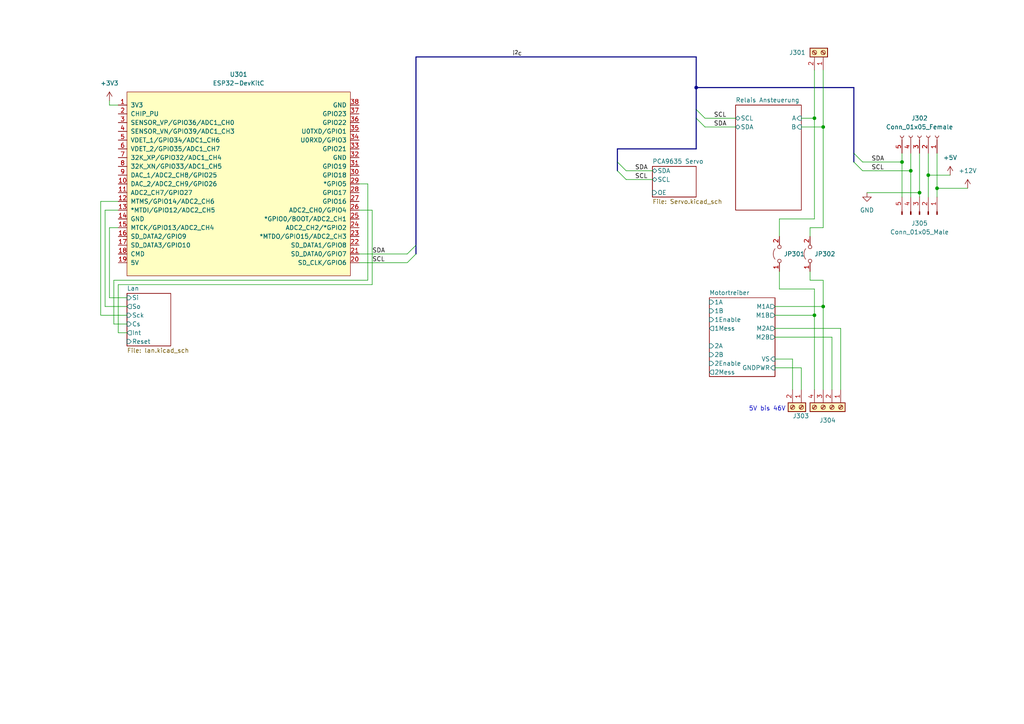
<source format=kicad_sch>
(kicad_sch (version 20211123) (generator eeschema)
  (paper "A4")
  (title_block (date "2022-03-14") (company "makerspace Bocholt"))
  (lib_symbols
    (symbol "Connector:Conn_01x05_Female" (pin_names (offset 1.016) hide)
      (property "Reference" "J" (at 0 7.62 0))
      (property "Value" "Conn_01x05_Female" (at 0 -7.62 0))
      (symbol "Conn_01x05_Female_1_1"
        (arc (start 0 -4.572) (mid -0.508 -5.08) (end 0 -5.588) (stroke (width 0.1524)))
        (arc (start 0 -2.032) (mid -0.508 -2.54) (end 0 -3.048) (stroke (width 0.1524)))
        (polyline (pts (xy -1.27 -5.08) (xy -0.508 -5.08)) (stroke (width 0.1524)))
        (polyline (pts (xy -1.27 -2.54) (xy -0.508 -2.54)) (stroke (width 0.1524)))
        (polyline (pts (xy -1.27 0) (xy -0.508 0)) (stroke (width 0.1524)))
        (polyline (pts (xy -1.27 2.54) (xy -0.508 2.54)) (stroke (width 0.1524)))
        (polyline (pts (xy -1.27 5.08) (xy -0.508 5.08)) (stroke (width 0.1524)))
        (arc (start 0 0.508) (mid -0.508 0) (end 0 -0.508) (stroke (width 0.1524)))
        (arc (start 0 3.048) (mid -0.508 2.54) (end 0 2.032) (stroke (width 0.1524)))
        (arc (start 0 5.588) (mid -0.508 5.08) (end 0 4.572) (stroke (width 0.1524)))
        (pin passive line (at -5.08 5.08 0) (length 3.81) (name "Pin_1") (number "1"))
        (pin passive line (at -5.08 2.54 0) (length 3.81) (name "Pin_2") (number "2"))
        (pin passive line (at -5.08 0 0) (length 3.81) (name "Pin_3") (number "3"))
        (pin passive line (at -5.08 -2.54 0) (length 3.81) (name "Pin_4") (number "4"))
        (pin passive line (at -5.08 -5.08 0) (length 3.81) (name "Pin_5") (number "5"))
      )
    )
    (symbol "Connector:Conn_01x05_Male" (pin_names (offset 1.016) hide)
      (property "Reference" "J" (at 0 7.62 0))
      (property "Value" "Conn_01x05_Male" (at 0 -7.62 0))
      (symbol "Conn_01x05_Male_1_1"
        (polyline (pts (xy 1.27 -5.08) (xy 0.8636 -5.08)) (stroke (width 0.1524)))
        (polyline (pts (xy 1.27 -2.54) (xy 0.8636 -2.54)) (stroke (width 0.1524)))
        (polyline (pts (xy 1.27 0) (xy 0.8636 0)) (stroke (width 0.1524)))
        (polyline (pts (xy 1.27 2.54) (xy 0.8636 2.54)) (stroke (width 0.1524)))
        (polyline (pts (xy 1.27 5.08) (xy 0.8636 5.08)) (stroke (width 0.1524)))
        (rectangle (start 0.8636 -4.953) (end 0 -5.207) (stroke (width 0.1524)) (fill (type outline)))
        (rectangle (start 0.8636 -2.413) (end 0 -2.667) (stroke (width 0.1524)) (fill (type outline)))
        (rectangle (start 0.8636 0.127) (end 0 -0.127) (stroke (width 0.1524)) (fill (type outline)))
        (rectangle (start 0.8636 2.667) (end 0 2.413) (stroke (width 0.1524)) (fill (type outline)))
        (rectangle (start 0.8636 5.207) (end 0 4.953) (stroke (width 0.1524)) (fill (type outline)))
        (pin passive line (at 5.08 5.08 180) (length 3.81) (name "Pin_1") (number "1"))
        (pin passive line (at 5.08 2.54 180) (length 3.81) (name "Pin_2") (number "2"))
        (pin passive line (at 5.08 0 180) (length 3.81) (name "Pin_3") (number "3"))
        (pin passive line (at 5.08 -2.54 180) (length 3.81) (name "Pin_4") (number "4"))
        (pin passive line (at 5.08 -5.08 180) (length 3.81) (name "Pin_5") (number "5"))
      )
    )
    (symbol "Connector:Screw_Terminal_01x02" (pin_names (offset 1.016) hide)
      (property "Reference" "J" (at 0 2.54 0))
      (property "Value" "Screw_Terminal_01x02" (at 0 -5.08 0))
      (symbol "Screw_Terminal_01x02_1_1"
        (rectangle (start -1.27 1.27) (end 1.27 -3.81) (stroke (width 0.254)) (fill (type background)))
        (circle (center 0 -2.54) (radius 0.635) (stroke (width 0.1524)))
        (polyline (pts (xy -0.5334 -2.2098) (xy 0.3302 -3.048)) (stroke (width 0.1524)))
        (polyline (pts (xy -0.5334 0.3302) (xy 0.3302 -0.508)) (stroke (width 0.1524)))
        (polyline (pts (xy -0.3556 -2.032) (xy 0.508 -2.8702)) (stroke (width 0.1524)))
        (polyline (pts (xy -0.3556 0.508) (xy 0.508 -0.3302)) (stroke (width 0.1524)))
        (circle (center 0 0) (radius 0.635) (stroke (width 0.1524)))
        (pin passive line (at -5.08 0 0) (length 3.81) (name "Pin_1") (number "1"))
        (pin passive line (at -5.08 -2.54 0) (length 3.81) (name "Pin_2") (number "2"))
      )
    )
    (symbol "Connector:Screw_Terminal_01x04" (pin_names (offset 1.016) hide)
      (property "Reference" "J" (at 0 5.08 0))
      (property "Value" "Screw_Terminal_01x04" (at 0 -7.62 0))
      (symbol "Screw_Terminal_01x04_1_1"
        (rectangle (start -1.27 3.81) (end 1.27 -6.35) (stroke (width 0.254)) (fill (type background)))
        (circle (center 0 -5.08) (radius 0.635) (stroke (width 0.1524)))
        (circle (center 0 -2.54) (radius 0.635) (stroke (width 0.1524)))
        (polyline (pts (xy -0.5334 -4.7498) (xy 0.3302 -5.588)) (stroke (width 0.1524)))
        (polyline (pts (xy -0.5334 -2.2098) (xy 0.3302 -3.048)) (stroke (width 0.1524)))
        (polyline (pts (xy -0.5334 0.3302) (xy 0.3302 -0.508)) (stroke (width 0.1524)))
        (polyline (pts (xy -0.5334 2.8702) (xy 0.3302 2.032)) (stroke (width 0.1524)))
        (polyline (pts (xy -0.3556 -4.572) (xy 0.508 -5.4102)) (stroke (width 0.1524)))
        (polyline (pts (xy -0.3556 -2.032) (xy 0.508 -2.8702)) (stroke (width 0.1524)))
        (polyline (pts (xy -0.3556 0.508) (xy 0.508 -0.3302)) (stroke (width 0.1524)))
        (polyline (pts (xy -0.3556 3.048) (xy 0.508 2.2098)) (stroke (width 0.1524)))
        (circle (center 0 0) (radius 0.635) (stroke (width 0.1524)))
        (circle (center 0 2.54) (radius 0.635) (stroke (width 0.1524)))
        (pin passive line (at -5.08 2.54 0) (length 3.81) (name "Pin_1") (number "1"))
        (pin passive line (at -5.08 0 0) (length 3.81) (name "Pin_2") (number "2"))
        (pin passive line (at -5.08 -2.54 0) (length 3.81) (name "Pin_3") (number "3"))
        (pin passive line (at -5.08 -5.08 0) (length 3.81) (name "Pin_4") (number "4"))
      )
    )
    (symbol "Espressif:ESP32-DevKitC" (pin_names (offset 1.016))
      (property "Reference" "U" (at -8.89 26.67 0))
      (property "Value" "ESP32-DevKitC" (at 0 -29.21 0))
      (symbol "ESP32-DevKitC_0_0"
        (pin power_in line (at -33.02 -11.43 0) (length 2.54) (name "GND") (number "14"))
        (pin power_in line (at -33.02 -24.13 0) (length 2.54) (name "5V") (number "19"))
      )
      (symbol "ESP32-DevKitC_0_1"
        (rectangle (start -30.48 25.4) (end 34.29 -27.94) (fill (type background)))
      )
      (symbol "ESP32-DevKitC_1_1"
        (pin power_in line (at -33.02 21.59 0) (length 2.54) (name "3V3") (number "1"))
        (pin bidirectional line (at -33.02 -1.27 0) (length 2.54) (name "DAC_2/ADC2_CH9/GPIO26") (number "10"))
        (pin bidirectional line (at -33.02 -3.81 0) (length 2.54) (name "ADC2_CH7/GPIO27") (number "11"))
        (pin bidirectional line (at -33.02 -6.35 0) (length 2.54) (name "MTMS/GPIO14/ADC2_CH6") (number "12"))
        (pin bidirectional line (at -33.02 -8.89 0) (length 2.54) (name "*MTDI/GPIO12/ADC2_CH5") (number "13"))
        (pin bidirectional line (at -33.02 -13.97 0) (length 2.54) (name "MTCK/GPIO13/ADC2_CH4") (number "15"))
        (pin bidirectional line (at -33.02 -16.51 0) (length 2.54) (name "SD_DATA2/GPIO9") (number "16"))
        (pin bidirectional line (at -33.02 -19.05 0) (length 2.54) (name "SD_DATA3/GPIO10") (number "17"))
        (pin bidirectional line (at -33.02 -21.59 0) (length 2.54) (name "CMD") (number "18"))
        (pin input line (at -33.02 19.05 0) (length 2.54) (name "CHIP_PU") (number "2"))
        (pin bidirectional line (at 36.83 -24.13 180) (length 2.54) (name "SD_CLK/GPIO6") (number "20"))
        (pin bidirectional line (at 36.83 -21.59 180) (length 2.54) (name "SD_DATA0/GPIO7") (number "21"))
        (pin bidirectional line (at 36.83 -19.05 180) (length 2.54) (name "SD_DATA1/GPIO8") (number "22"))
        (pin bidirectional line (at 36.83 -16.51 180) (length 2.54) (name "*MTDO/GPIO15/ADC2_CH3") (number "23"))
        (pin bidirectional line (at 36.83 -13.97 180) (length 2.54) (name "ADC2_CH2/*GPIO2") (number "24"))
        (pin bidirectional line (at 36.83 -11.43 180) (length 2.54) (name "*GPIO0/BOOT/ADC2_CH1") (number "25"))
        (pin bidirectional line (at 36.83 -8.89 180) (length 2.54) (name "ADC2_CH0/GPIO4") (number "26"))
        (pin bidirectional line (at 36.83 -6.35 180) (length 2.54) (name "GPIO16") (number "27"))
        (pin bidirectional line (at 36.83 -3.81 180) (length 2.54) (name "GPIO17") (number "28"))
        (pin bidirectional line (at 36.83 -1.27 180) (length 2.54) (name "*GPIO5") (number "29"))
        (pin input line (at -33.02 16.51 0) (length 2.54) (name "SENSOR_VP/GPIO36/ADC1_CH0") (number "3"))
        (pin bidirectional line (at 36.83 1.27 180) (length 2.54) (name "GPIO18") (number "30"))
        (pin bidirectional line (at 36.83 3.81 180) (length 2.54) (name "GPIO19") (number "31"))
        (pin power_in line (at 36.83 6.35 180) (length 2.54) (name "GND") (number "32"))
        (pin bidirectional line (at 36.83 8.89 180) (length 2.54) (name "GPIO21") (number "33"))
        (pin bidirectional line (at 36.83 11.43 180) (length 2.54) (name "U0RXD/GPIO3") (number "34"))
        (pin bidirectional line (at 36.83 13.97 180) (length 2.54) (name "U0TXD/GPIO1") (number "35"))
        (pin bidirectional line (at 36.83 16.51 180) (length 2.54) (name "GPIO22") (number "36"))
        (pin bidirectional line (at 36.83 19.05 180) (length 2.54) (name "GPIO23") (number "37"))
        (pin power_in line (at 36.83 21.59 180) (length 2.54) (name "GND") (number "38"))
        (pin input line (at -33.02 13.97 0) (length 2.54) (name "SENSOR_VN/GPIO39/ADC1_CH3") (number "4"))
        (pin input line (at -33.02 11.43 0) (length 2.54) (name "VDET_1/GPIO34/ADC1_CH6") (number "5"))
        (pin input line (at -33.02 8.89 0) (length 2.54) (name "VDET_2/GPIO35/ADC1_CH7") (number "6"))
        (pin bidirectional line (at -33.02 6.35 0) (length 2.54) (name "32K_XP/GPIO32/ADC1_CH4") (number "7"))
        (pin bidirectional line (at -33.02 3.81 0) (length 2.54) (name "32K_XN/GPIO33/ADC1_CH5") (number "8"))
        (pin bidirectional line (at -33.02 1.27 0) (length 2.54) (name "DAC_1/ADC2_CH8/GPIO25") (number "9"))
      )
    )
    (symbol "Jumper:Jumper_2_Open" (pin_names (offset 0) hide)
      (property "Reference" "JP" (at 0 2.794 0))
      (property "Value" "Jumper_2_Open" (at 0 -2.286 0))
      (symbol "Jumper_2_Open_0_0"
        (circle (center -2.032 0) (radius 0.508))
        (circle (center 2.032 0) (radius 0.508))
      )
      (symbol "Jumper_2_Open_0_1"
        (arc (start 1.524 1.27) (mid 0 1.778) (end -1.524 1.27))
      )
      (symbol "Jumper_2_Open_1_1"
        (pin passive line (at -5.08 0 0) (length 2.54) (name "A") (number "1"))
        (pin passive line (at 5.08 0 180) (length 2.54) (name "B") (number "2"))
      )
    )
    (symbol "power:+12V" (power) (pin_names (offset 0))
      (property "Value" "+12V" (at 0 3.556 0))
      (symbol "+12V_0_1"
        (polyline (pts (xy -0.762 1.27) (xy 0 2.54)))
        (polyline (pts (xy 0 0) (xy 0 2.54)))
        (polyline (pts (xy 0 2.54) (xy 0.762 1.27)))
      )
      (symbol "+12V_1_1"
        (pin power_in line (at 0 0 90) (length 0) hide (name "+12V") (number "1"))
      )
    )
    (symbol "power:+3.3V" (power) (pin_names (offset 0))
      (property "Value" "+3.3V" (at 0 3.556 0))
      (symbol "+3.3V_0_1"
        (polyline (pts (xy -0.762 1.27) (xy 0 2.54)))
        (polyline (pts (xy 0 0) (xy 0 2.54)))
        (polyline (pts (xy 0 2.54) (xy 0.762 1.27)))
      )
      (symbol "+3.3V_1_1"
        (pin power_in line (at 0 0 90) (length 0) hide (name "+3V3") (number "1"))
      )
    )
    (symbol "power:+5V" (power) (pin_names (offset 0))
      (property "Value" "+5V" (at 0 3.556 0))
      (symbol "+5V_0_1"
        (polyline (pts (xy -0.762 1.27) (xy 0 2.54)))
        (polyline (pts (xy 0 0) (xy 0 2.54)))
        (polyline (pts (xy 0 2.54) (xy 0.762 1.27)))
      )
      (symbol "+5V_1_1"
        (pin power_in line (at 0 0 90) (length 0) hide (name "+5V") (number "1"))
      )
    )
    (symbol "power:GND" (power) (pin_names (offset 0))
      (property "Value" "GND" (at 0 -3.81 0))
      (symbol "GND_0_1"
        (polyline (pts (xy 0 0) (xy 0 -1.27) (xy 1.27 -1.27) (xy 0 -2.54) (xy -1.27 -1.27) (xy 0 -1.27)))
      )
      (symbol "GND_1_1"
        (pin power_in line (at 0 0 270) (length 0) hide (name "GND") (number "1"))
      )
    )
  )
  (junction (at 238.76 88.9))
  (junction (at 264.16 49.53))
  (junction (at 238.76 36.83))
  (junction (at 271.78 54.61))
  (junction (at 236.22 91.44))
  (junction (at 266.7 55.88))
  (junction (at 201.93 25.4))
  (junction (at 261.62 46.99))
  (junction (at 236.22 34.29))
  (junction (at 269.24 50.8))
  (bus_entry (at 118.11 73.66) (size 2.54 -2.54))
  (bus_entry (at 118.11 76.2) (size 2.54 -2.54))
  (bus_entry (at 201.93 31.75) (size 2.54 2.54))
  (bus_entry (at 201.93 34.29) (size 2.54 2.54))
  (bus_entry (at 179.07 49.53) (size 2.54 2.54))
  (bus_entry (at 179.07 46.99) (size 2.54 2.54))
  (bus_entry (at 247.65 46.99) (size 2.54 2.54))
  (bus_entry (at 247.65 44.45) (size 2.54 2.54))
  (wire (pts (xy 236.22 20.32) (xy 236.22 34.29)))
  (wire (pts (xy 232.41 113.03) (xy 232.41 106.68)))
  (wire (pts (xy 34.29 82.55) (xy 34.29 96.52)))
  (wire (pts (xy 36.83 86.36) (xy 31.75 86.36)))
  (wire (pts (xy 36.83 91.44) (xy 29.21 91.44)))
  (wire (pts (xy 269.24 44.45) (xy 269.24 50.8)))
  (bus (pts (xy 179.07 46.99) (xy 179.07 49.53)))
  (wire (pts (xy 224.79 97.79) (xy 241.3 97.79)))
  (bus (pts (xy 201.93 25.4) (xy 247.65 25.4)))
  (wire (pts (xy 181.61 52.07) (xy 189.23 52.07)))
  (wire (pts (xy 238.76 81.28) (xy 238.76 88.9)))
  (wire (pts (xy 31.75 66.04) (xy 34.29 66.04)))
  (wire (pts (xy 30.48 60.96) (xy 30.48 88.9)))
  (wire (pts (xy 238.76 88.9) (xy 238.76 113.03)))
  (wire (pts (xy 236.22 83.82) (xy 236.22 91.44)))
  (bus (pts (xy 179.07 43.18) (xy 179.07 46.99)))
  (wire (pts (xy 31.75 66.04) (xy 31.75 86.36)))
  (wire (pts (xy 264.16 49.53) (xy 264.16 57.15)))
  (wire (pts (xy 104.14 60.96) (xy 107.95 60.96)))
  (wire (pts (xy 224.79 88.9) (xy 238.76 88.9)))
  (wire (pts (xy 31.75 29.21) (xy 31.75 30.48)))
  (wire (pts (xy 261.62 46.99) (xy 261.62 57.15)))
  (wire (pts (xy 30.48 60.96) (xy 34.29 60.96)))
  (wire (pts (xy 236.22 91.44) (xy 236.22 113.03)))
  (wire (pts (xy 226.06 78.74) (xy 226.06 83.82)))
  (wire (pts (xy 250.19 49.53) (xy 264.16 49.53)))
  (wire (pts (xy 229.87 113.03) (xy 229.87 104.14)))
  (bus (pts (xy 120.65 71.12) (xy 120.65 73.66)))
  (bus (pts (xy 247.65 25.4) (xy 247.65 44.45)))
  (wire (pts (xy 271.78 54.61) (xy 280.67 54.61)))
  (wire (pts (xy 251.46 55.88) (xy 266.7 55.88)))
  (wire (pts (xy 224.79 95.25) (xy 243.84 95.25)))
  (wire (pts (xy 238.76 20.32) (xy 238.76 36.83)))
  (wire (pts (xy 33.02 93.98) (xy 36.83 93.98)))
  (wire (pts (xy 271.78 44.45) (xy 271.78 54.61)))
  (wire (pts (xy 104.14 53.34) (xy 106.68 53.34)))
  (wire (pts (xy 266.7 55.88) (xy 266.7 57.15)))
  (wire (pts (xy 232.41 36.83) (xy 238.76 36.83)))
  (wire (pts (xy 33.02 81.28) (xy 33.02 93.98)))
  (bus (pts (xy 247.65 44.45) (xy 247.65 46.99)))
  (wire (pts (xy 31.75 30.48) (xy 34.29 30.48)))
  (wire (pts (xy 234.95 78.74) (xy 234.95 81.28)))
  (bus (pts (xy 201.93 34.29) (xy 201.93 43.18)))
  (wire (pts (xy 29.21 58.42) (xy 34.29 58.42)))
  (wire (pts (xy 234.95 66.04) (xy 234.95 68.58)))
  (bus (pts (xy 120.65 16.51) (xy 120.65 71.12)))
  (wire (pts (xy 269.24 50.8) (xy 269.24 57.15)))
  (wire (pts (xy 264.16 44.45) (xy 264.16 49.53)))
  (wire (pts (xy 238.76 36.83) (xy 238.76 66.04)))
  (wire (pts (xy 107.95 82.55) (xy 34.29 82.55)))
  (wire (pts (xy 269.24 50.8) (xy 275.59 50.8)))
  (wire (pts (xy 266.7 44.45) (xy 266.7 55.88)))
  (wire (pts (xy 271.78 54.61) (xy 271.78 57.15)))
  (wire (pts (xy 261.62 44.45) (xy 261.62 46.99)))
  (bus (pts (xy 201.93 43.18) (xy 179.07 43.18)))
  (wire (pts (xy 204.47 36.83) (xy 213.36 36.83)))
  (wire (pts (xy 250.19 46.99) (xy 261.62 46.99)))
  (wire (pts (xy 34.29 96.52) (xy 36.83 96.52)))
  (wire (pts (xy 104.14 76.2) (xy 118.11 76.2)))
  (wire (pts (xy 104.14 73.66) (xy 118.11 73.66)))
  (wire (pts (xy 229.87 104.14) (xy 224.79 104.14)))
  (bus (pts (xy 120.65 16.51) (xy 201.93 16.51)))
  (wire (pts (xy 181.61 49.53) (xy 189.23 49.53)))
  (wire (pts (xy 226.06 83.82) (xy 236.22 83.82)))
  (wire (pts (xy 29.21 91.44) (xy 29.21 58.42)))
  (wire (pts (xy 226.06 63.5) (xy 226.06 68.58)))
  (wire (pts (xy 232.41 106.68) (xy 224.79 106.68)))
  (wire (pts (xy 238.76 66.04) (xy 234.95 66.04)))
  (wire (pts (xy 234.95 81.28) (xy 238.76 81.28)))
  (wire (pts (xy 232.41 34.29) (xy 236.22 34.29)))
  (bus (pts (xy 201.93 25.4) (xy 201.93 31.75)))
  (bus (pts (xy 201.93 16.51) (xy 201.93 25.4)))
  (wire (pts (xy 224.79 91.44) (xy 236.22 91.44)))
  (wire (pts (xy 36.83 88.9) (xy 30.48 88.9)))
  (wire (pts (xy 241.3 97.79) (xy 241.3 113.03)))
  (wire (pts (xy 243.84 95.25) (xy 243.84 113.03)))
  (wire (pts (xy 107.95 60.96) (xy 107.95 82.55)))
  (wire (pts (xy 236.22 34.29) (xy 236.22 63.5)))
  (wire (pts (xy 106.68 53.34) (xy 106.68 81.28)))
  (wire (pts (xy 106.68 81.28) (xy 33.02 81.28)))
  (wire (pts (xy 204.47 34.29) (xy 213.36 34.29)))
  (wire (pts (xy 236.22 63.5) (xy 226.06 63.5)))
  (bus (pts (xy 201.93 34.29) (xy 201.93 31.75)))
  (text "5V bis 46V" (at 217.17 119.38 0) (effects (font (size 1.27 1.27)) (justify left bottom)))
  (label "SDA" (at 107.95 73.66 0))
  (label "SDA" (at 207.01 36.83 0))
  (label "SCL" (at 184.15 52.07 0))
  (label "SDA" (at 184.15 49.53 0))
  (label "i^{2}c" (at 148.59 16.51 0))
  (label "SCL" (at 107.95 76.2 0))
  (label "SDA" (at 252.73 46.99 0))
  (label "SCL" (at 252.73 49.53 0))
  (label "SCL" (at 207.01 34.29 0))
  (symbol (lib_id "Connector:Screw_Terminal_01x04") (at 241.3 118.11 270) (unit 1)
    (property "Reference" "J304" (at 240.03 121.92 90))
    (property "Value" "Screw_Terminal_01x04" (effects hide))
    (property "Footprint" "TerminalBlock_Phoenix:TerminalBlock_Phoenix_MKDS-1,5-4-5.08_1x04_P5.08mm_Horizontal" (effects hide))
  )
  (symbol (lib_id "power:GND") (at 251.46 55.88 0) (unit 1)
    (property "Reference" "#PWR0302" (effects hide))
    (property "Value" "GND" (at 251.46 60.96 0))
  )
  (symbol (lib_id "Connector:Screw_Terminal_01x02") (at 232.41 118.11 270) (unit 1)
    (property "Reference" "J303" (at 229.87 120.65 90) (effects (justify left)))
    (property "Value" "Screw_Terminal_01x02" (effects hide))
    (property "Footprint" "TerminalBlock_Phoenix:TerminalBlock_Phoenix_MKDS-1,5-2-5.08_1x02_P5.08mm_Horizontal" (effects hide))
  )
  (symbol (lib_id "Espressif:ESP32-DevKitC") (at 67.31 52.07 0) (unit 1)
    (property "Reference" "U301" (at 69.215 21.59 0))
    (property "Value" "ESP32-DevKitC" (at 69.215 24.13 0))
    (property "Footprint" "Espressif:ESP32-DevKitC" (effects hide))
    (property "Datasheet" "https://docs.espressif.com/projects/esp-idf/zh_CN/latest/esp32/hw-reference/esp32/get-started-devkitc.html" (effects hide))
  )
  (symbol (lib_id "Jumper:Jumper_2_Open") (at 234.95 73.66 90) (unit 1)
    (property "Reference" "JP302" (at 236.22 73.6599 90) (effects (justify right)))
    (property "Value" "Jumper_2_Open" (effects hide))
    (property "Footprint" "Resistor_THT:R_Axial_DIN0207_L6.3mm_D2.5mm_P10.16mm_Horizontal" (effects hide))
  )
  (symbol (lib_id "Jumper:Jumper_2_Open") (at 226.06 73.66 90) (unit 1)
    (property "Reference" "JP301" (at 227.33 73.6599 90) (effects (justify right)))
    (property "Value" "Jumper_2_Open" (effects hide))
    (property "Footprint" "Resistor_THT:R_Axial_DIN0207_L6.3mm_D2.5mm_P10.16mm_Horizontal" (effects hide))
  )
  (symbol (lib_id "power:+12V") (at 280.67 54.61 0) (unit 1)
    (property "Reference" "#PWR0304" (effects hide))
    (property "Value" "+12V" (at 280.67 49.53 0))
  )
  (symbol (lib_id "Connector:Screw_Terminal_01x02") (at 238.76 15.24 270) (mirror x) (unit 1)
    (property "Reference" "J301" (at 233.68 15.2399 90) (effects (justify right)))
    (property "Value" "Screw_Terminal_01x02" (effects hide))
    (property "Footprint" "TerminalBlock_Phoenix:TerminalBlock_Phoenix_MKDS-1,5-2-5.08_1x02_P5.08mm_Horizontal" (effects hide))
  )
  (symbol (lib_id "Connector:Conn_01x05_Male") (at 266.7 62.23 270) (mirror x) (unit 1)
    (property "Reference" "J305" (at 266.7 64.77 90))
    (property "Value" "Conn_01x05_Male" (at 266.7 67.31 90))
    (property "Footprint" "Connector_PinHeader_2.54mm:PinHeader_1x05_P2.54mm_Horizontal" (effects hide))
  )
  (symbol (lib_id "power:+5V") (at 275.59 50.8 0) (unit 1)
    (property "Reference" "#PWR0303" (effects hide))
    (property "Value" "+5V" (at 275.59 45.72 0))
  )
  (symbol (lib_id "Connector:Conn_01x05_Female") (at 266.7 39.37 270) (mirror x) (unit 1)
    (property "Reference" "J302" (at 266.7 34.29 90))
    (property "Value" "Conn_01x05_Female" (at 266.7 36.83 90))
    (property "Footprint" "Connector_PinSocket_2.54mm:PinSocket_1x05_P2.54mm_Horizontal" (effects hide))
  )
  (symbol (lib_id "power:+3.3V") (at 31.75 29.21 0) (unit 1)
    (property "Reference" "#PWR0301" (effects hide))
    (property "Value" "+3.3V" (at 31.75 24.13 0))
  )
  (sheet (at 205.74 86.36) (size 19.05 22.86) (stroke (width 0.1524))
    (property "Sheet name" "Motortreiber" (at 205.74 85.6484 0) (effects (justify left bottom)))
    (property "Sheet file" "motortreiber.kicad_sch" (effects hide))
    (pin "M1B" output (at 224.79 91.44 0))
    (pin "M1A" output (at 224.79 88.9 0))
    (pin "M2B" output (at 224.79 97.79 0))
    (pin "M2A" output (at 224.79 95.25 0))
    (pin "1Enable" input (at 205.74 92.71 180))
    (pin "1B" input (at 205.74 90.17 180))
    (pin "1A" input (at 205.74 87.63 180))
    (pin "2Enable" input (at 205.74 105.41 180))
    (pin "2A" input (at 205.74 100.33 180))
    (pin "2B" input (at 205.74 102.87 180))
    (pin "2Mess" output (at 205.74 107.95 180))
    (pin "1Mess" output (at 205.74 95.25 180))
    (pin "VS" input (at 224.79 104.14 0))
    (pin "GNDPWR" input (at 224.79 106.68 0))
  )
  (sheet (at 189.23 48.26) (size 12.7 8.89) (stroke (width 0.1524))
    (property "Sheet name" "PCA9635 Servo" (at 189.23 47.5484 0) (effects (justify left bottom)))
    (property "Sheet file" "Servo.kicad_sch" (at 189.23 57.7346 0) (effects (justify left top)))
    (pin "OE" input (at 189.23 55.88 180))
    (pin "SDA" bidirectional (at 189.23 49.53 180))
    (pin "SCL" bidirectional (at 189.23 52.07 180))
  )
  (sheet (at 36.83 85.09) (size 12.7 15.24) (stroke (width 0.1524))
    (property "Sheet name" "Lan" (at 36.83 84.3784 0) (effects (justify left bottom)))
    (property "Sheet file" "lan.kicad_sch" (at 36.83 100.9146 0) (effects (justify left top)))
    (pin "Si" input (at 36.83 86.36 180))
    (pin "So" output (at 36.83 88.9 180))
    (pin "Sck" input (at 36.83 91.44 180))
    (pin "Cs" input (at 36.83 93.98 180))
    (pin "Int" output (at 36.83 96.52 180))
    (pin "Reset" input (at 36.83 99.06 180))
  )
  (sheet (at 213.36 30.48) (size 19.05 30.48) (stroke (width 0.1524))
    (property "Sheet name" "Relais Ansteuerung" (at 213.36 29.7684 0) (effects (justify left bottom)))
    (property "Sheet file" "RelaisAnsteuerung.kicad_sch" (effects hide))
    (pin "SDA" bidirectional (at 213.36 36.83 180))
    (pin "A" input (at 232.41 34.29 0))
    (pin "B" input (at 232.41 36.83 0))
    (pin "SCL" bidirectional (at 213.36 34.29 180))
  )
)
</source>
